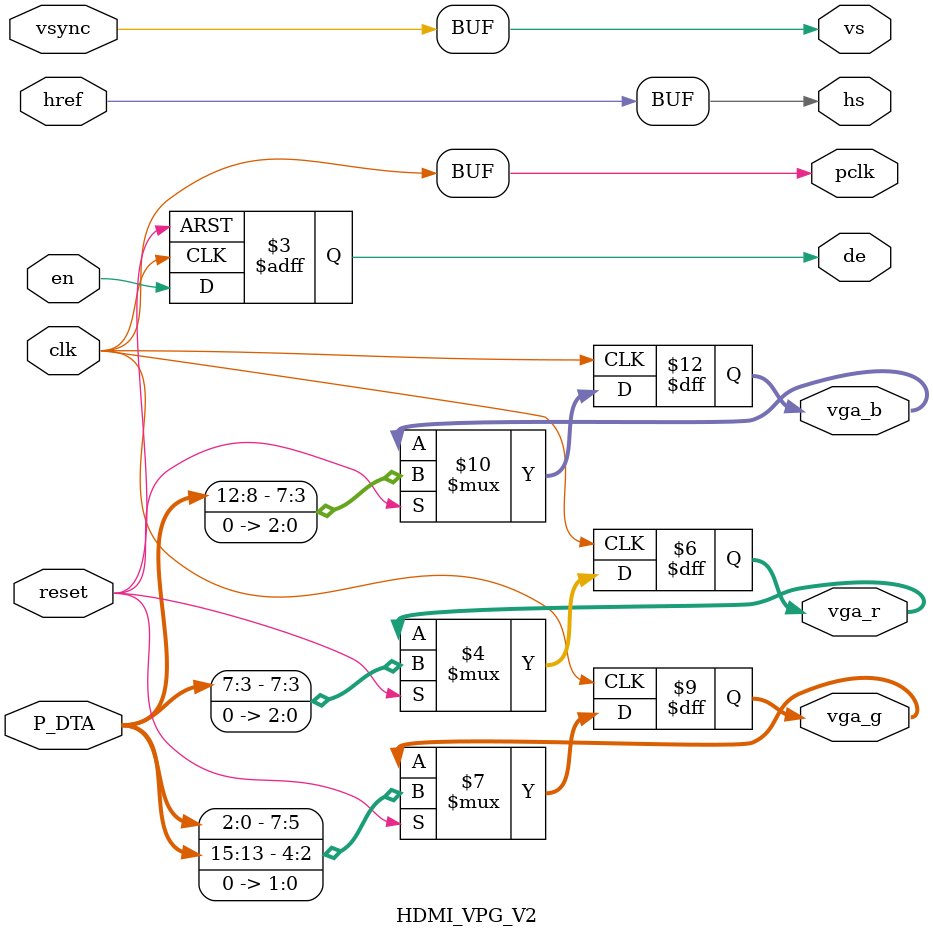
<source format=v>
module HDMI_VPG_V2 (
	input							clk,
	input							reset,
	input				[15:0]	P_DTA,
	input							href,
	input							vsync,
	input							en,
	output						pclk,
	output	reg				de,
	output						hs,
	output						vs,
	output	reg	[7:0]		vga_r,
	output 	reg	[7:0]		vga_g,
	output	reg	[7:0] 	vga_b
	);
	
	
	assign pclk = clk;
	assign hs = href;
	assign vs = vsync;
	
	always @(posedge clk or negedge reset)
	begin
		if (!reset)
		begin
			de <= 1'b0;
		end
		else
		begin
			vga_r <= {P_DTA[7:3], 3'b0};
			vga_b <= {P_DTA[12:8], 3'b0};
			vga_g <= {P_DTA[2:0], P_DTA[15:13], 2'b0};
			de <= en;
		end
	end
	
	
	
	
	
	
	
endmodule 
</source>
